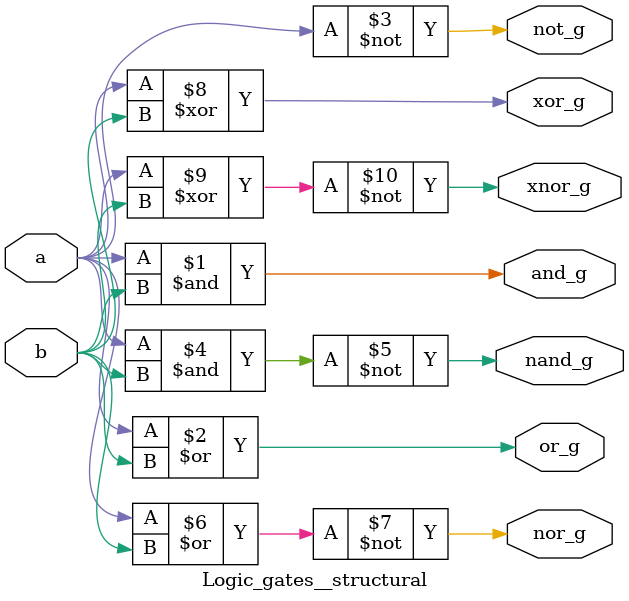
<source format=v>
`timescale 1ns / 1ps


module Logic_gates__structural(
    input a, b,
    output and_g, or_g, not_g, nand_g, nor_g, xor_g, xnor_g
    );
    assign and_g = a&b;
    assign or_g = a|b;
    assign not_g = ~a;
    assign nand_g = ~(a&b);
    assign nor_g = ~(a|b);
    assign xor_g = a^b;
    assign xnor_g = ~(a^b);
endmodule

</source>
